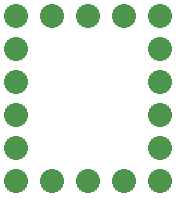
<source format=gbr>
G04 #@! TF.FileFunction,Soldermask,Bot*
%FSLAX46Y46*%
G04 Gerber Fmt 4.6, Leading zero omitted, Abs format (unit mm)*
G04 Created by KiCad (PCBNEW 4.0.2-stable) date Monday, July 18, 2016 'PMt' 05:42:52 PM*
%MOMM*%
G01*
G04 APERTURE LIST*
%ADD10C,0.100000*%
%ADD11C,2.032000*%
G04 APERTURE END LIST*
D10*
D11*
X148082000Y-111506000D03*
X145034000Y-111506000D03*
X141986000Y-111506000D03*
X141986000Y-108712000D03*
X141986000Y-105918000D03*
X141986000Y-103124000D03*
X141986000Y-100330000D03*
X141986000Y-97536000D03*
X145034000Y-97536000D03*
X148082000Y-97536000D03*
X151130000Y-97536000D03*
X154178000Y-97536000D03*
X154178000Y-100330000D03*
X154178000Y-103124000D03*
X154178000Y-105918000D03*
X154178000Y-108712000D03*
X154178000Y-111506000D03*
X151130000Y-111506000D03*
M02*

</source>
